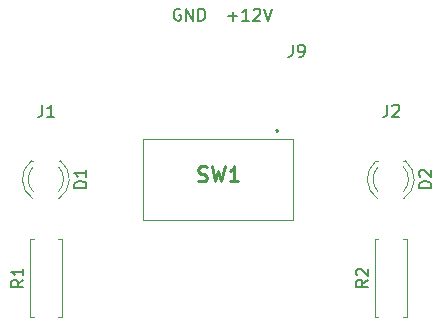
<source format=gto>
%TF.GenerationSoftware,KiCad,Pcbnew,9.0.0+dfsg-1*%
%TF.CreationDate,2025-03-18T18:42:39+01:00*%
%TF.ProjectId,control-matrix-2-alt,636f6e74-726f-46c2-9d6d-61747269782d,1.0*%
%TF.SameCoordinates,Original*%
%TF.FileFunction,Legend,Top*%
%TF.FilePolarity,Positive*%
%FSLAX46Y46*%
G04 Gerber Fmt 4.6, Leading zero omitted, Abs format (unit mm)*
G04 Created by KiCad (PCBNEW 9.0.0+dfsg-1) date 2025-03-18 18:42:39*
%MOMM*%
%LPD*%
G01*
G04 APERTURE LIST*
%ADD10C,0.200000*%
%ADD11C,0.150000*%
%ADD12C,0.254000*%
%ADD13C,0.120000*%
%ADD14C,0.100000*%
G04 APERTURE END LIST*
D10*
X76793482Y-80614838D02*
X76698244Y-80567219D01*
X76698244Y-80567219D02*
X76555387Y-80567219D01*
X76555387Y-80567219D02*
X76412530Y-80614838D01*
X76412530Y-80614838D02*
X76317292Y-80710076D01*
X76317292Y-80710076D02*
X76269673Y-80805314D01*
X76269673Y-80805314D02*
X76222054Y-80995790D01*
X76222054Y-80995790D02*
X76222054Y-81138647D01*
X76222054Y-81138647D02*
X76269673Y-81329123D01*
X76269673Y-81329123D02*
X76317292Y-81424361D01*
X76317292Y-81424361D02*
X76412530Y-81519600D01*
X76412530Y-81519600D02*
X76555387Y-81567219D01*
X76555387Y-81567219D02*
X76650625Y-81567219D01*
X76650625Y-81567219D02*
X76793482Y-81519600D01*
X76793482Y-81519600D02*
X76841101Y-81471980D01*
X76841101Y-81471980D02*
X76841101Y-81138647D01*
X76841101Y-81138647D02*
X76650625Y-81138647D01*
X77269673Y-81567219D02*
X77269673Y-80567219D01*
X77269673Y-80567219D02*
X77841101Y-81567219D01*
X77841101Y-81567219D02*
X77841101Y-80567219D01*
X78317292Y-81567219D02*
X78317292Y-80567219D01*
X78317292Y-80567219D02*
X78555387Y-80567219D01*
X78555387Y-80567219D02*
X78698244Y-80614838D01*
X78698244Y-80614838D02*
X78793482Y-80710076D01*
X78793482Y-80710076D02*
X78841101Y-80805314D01*
X78841101Y-80805314D02*
X78888720Y-80995790D01*
X78888720Y-80995790D02*
X78888720Y-81138647D01*
X78888720Y-81138647D02*
X78841101Y-81329123D01*
X78841101Y-81329123D02*
X78793482Y-81424361D01*
X78793482Y-81424361D02*
X78698244Y-81519600D01*
X78698244Y-81519600D02*
X78555387Y-81567219D01*
X78555387Y-81567219D02*
X78317292Y-81567219D01*
X80841102Y-81186266D02*
X81603007Y-81186266D01*
X81222054Y-81567219D02*
X81222054Y-80805314D01*
X82603006Y-81567219D02*
X82031578Y-81567219D01*
X82317292Y-81567219D02*
X82317292Y-80567219D01*
X82317292Y-80567219D02*
X82222054Y-80710076D01*
X82222054Y-80710076D02*
X82126816Y-80805314D01*
X82126816Y-80805314D02*
X82031578Y-80852933D01*
X82983959Y-80662457D02*
X83031578Y-80614838D01*
X83031578Y-80614838D02*
X83126816Y-80567219D01*
X83126816Y-80567219D02*
X83364911Y-80567219D01*
X83364911Y-80567219D02*
X83460149Y-80614838D01*
X83460149Y-80614838D02*
X83507768Y-80662457D01*
X83507768Y-80662457D02*
X83555387Y-80757695D01*
X83555387Y-80757695D02*
X83555387Y-80852933D01*
X83555387Y-80852933D02*
X83507768Y-80995790D01*
X83507768Y-80995790D02*
X82936340Y-81567219D01*
X82936340Y-81567219D02*
X83555387Y-81567219D01*
X83841102Y-80567219D02*
X84174435Y-81567219D01*
X84174435Y-81567219D02*
X84507768Y-80567219D01*
D11*
X86306666Y-83624819D02*
X86306666Y-84339104D01*
X86306666Y-84339104D02*
X86259047Y-84481961D01*
X86259047Y-84481961D02*
X86163809Y-84577200D01*
X86163809Y-84577200D02*
X86020952Y-84624819D01*
X86020952Y-84624819D02*
X85925714Y-84624819D01*
X86830476Y-84624819D02*
X87020952Y-84624819D01*
X87020952Y-84624819D02*
X87116190Y-84577200D01*
X87116190Y-84577200D02*
X87163809Y-84529580D01*
X87163809Y-84529580D02*
X87259047Y-84386723D01*
X87259047Y-84386723D02*
X87306666Y-84196247D01*
X87306666Y-84196247D02*
X87306666Y-83815295D01*
X87306666Y-83815295D02*
X87259047Y-83720057D01*
X87259047Y-83720057D02*
X87211428Y-83672438D01*
X87211428Y-83672438D02*
X87116190Y-83624819D01*
X87116190Y-83624819D02*
X86925714Y-83624819D01*
X86925714Y-83624819D02*
X86830476Y-83672438D01*
X86830476Y-83672438D02*
X86782857Y-83720057D01*
X86782857Y-83720057D02*
X86735238Y-83815295D01*
X86735238Y-83815295D02*
X86735238Y-84053390D01*
X86735238Y-84053390D02*
X86782857Y-84148628D01*
X86782857Y-84148628D02*
X86830476Y-84196247D01*
X86830476Y-84196247D02*
X86925714Y-84243866D01*
X86925714Y-84243866D02*
X87116190Y-84243866D01*
X87116190Y-84243866D02*
X87211428Y-84196247D01*
X87211428Y-84196247D02*
X87259047Y-84148628D01*
X87259047Y-84148628D02*
X87306666Y-84053390D01*
X63484819Y-103526666D02*
X63008628Y-103859999D01*
X63484819Y-104098094D02*
X62484819Y-104098094D01*
X62484819Y-104098094D02*
X62484819Y-103717142D01*
X62484819Y-103717142D02*
X62532438Y-103621904D01*
X62532438Y-103621904D02*
X62580057Y-103574285D01*
X62580057Y-103574285D02*
X62675295Y-103526666D01*
X62675295Y-103526666D02*
X62818152Y-103526666D01*
X62818152Y-103526666D02*
X62913390Y-103574285D01*
X62913390Y-103574285D02*
X62961009Y-103621904D01*
X62961009Y-103621904D02*
X63008628Y-103717142D01*
X63008628Y-103717142D02*
X63008628Y-104098094D01*
X63484819Y-102574285D02*
X63484819Y-103145713D01*
X63484819Y-102859999D02*
X62484819Y-102859999D01*
X62484819Y-102859999D02*
X62627676Y-102955237D01*
X62627676Y-102955237D02*
X62722914Y-103050475D01*
X62722914Y-103050475D02*
X62770533Y-103145713D01*
X68814819Y-95738094D02*
X67814819Y-95738094D01*
X67814819Y-95738094D02*
X67814819Y-95499999D01*
X67814819Y-95499999D02*
X67862438Y-95357142D01*
X67862438Y-95357142D02*
X67957676Y-95261904D01*
X67957676Y-95261904D02*
X68052914Y-95214285D01*
X68052914Y-95214285D02*
X68243390Y-95166666D01*
X68243390Y-95166666D02*
X68386247Y-95166666D01*
X68386247Y-95166666D02*
X68576723Y-95214285D01*
X68576723Y-95214285D02*
X68671961Y-95261904D01*
X68671961Y-95261904D02*
X68767200Y-95357142D01*
X68767200Y-95357142D02*
X68814819Y-95499999D01*
X68814819Y-95499999D02*
X68814819Y-95738094D01*
X68814819Y-94214285D02*
X68814819Y-94785713D01*
X68814819Y-94499999D02*
X67814819Y-94499999D01*
X67814819Y-94499999D02*
X67957676Y-94595237D01*
X67957676Y-94595237D02*
X68052914Y-94690475D01*
X68052914Y-94690475D02*
X68100533Y-94785713D01*
X65106666Y-88704819D02*
X65106666Y-89419104D01*
X65106666Y-89419104D02*
X65059047Y-89561961D01*
X65059047Y-89561961D02*
X64963809Y-89657200D01*
X64963809Y-89657200D02*
X64820952Y-89704819D01*
X64820952Y-89704819D02*
X64725714Y-89704819D01*
X66106666Y-89704819D02*
X65535238Y-89704819D01*
X65820952Y-89704819D02*
X65820952Y-88704819D01*
X65820952Y-88704819D02*
X65725714Y-88847676D01*
X65725714Y-88847676D02*
X65630476Y-88942914D01*
X65630476Y-88942914D02*
X65535238Y-88990533D01*
X92684819Y-103526666D02*
X92208628Y-103859999D01*
X92684819Y-104098094D02*
X91684819Y-104098094D01*
X91684819Y-104098094D02*
X91684819Y-103717142D01*
X91684819Y-103717142D02*
X91732438Y-103621904D01*
X91732438Y-103621904D02*
X91780057Y-103574285D01*
X91780057Y-103574285D02*
X91875295Y-103526666D01*
X91875295Y-103526666D02*
X92018152Y-103526666D01*
X92018152Y-103526666D02*
X92113390Y-103574285D01*
X92113390Y-103574285D02*
X92161009Y-103621904D01*
X92161009Y-103621904D02*
X92208628Y-103717142D01*
X92208628Y-103717142D02*
X92208628Y-104098094D01*
X91780057Y-103145713D02*
X91732438Y-103098094D01*
X91732438Y-103098094D02*
X91684819Y-103002856D01*
X91684819Y-103002856D02*
X91684819Y-102764761D01*
X91684819Y-102764761D02*
X91732438Y-102669523D01*
X91732438Y-102669523D02*
X91780057Y-102621904D01*
X91780057Y-102621904D02*
X91875295Y-102574285D01*
X91875295Y-102574285D02*
X91970533Y-102574285D01*
X91970533Y-102574285D02*
X92113390Y-102621904D01*
X92113390Y-102621904D02*
X92684819Y-103193332D01*
X92684819Y-103193332D02*
X92684819Y-102574285D01*
X94306666Y-88704819D02*
X94306666Y-89419104D01*
X94306666Y-89419104D02*
X94259047Y-89561961D01*
X94259047Y-89561961D02*
X94163809Y-89657200D01*
X94163809Y-89657200D02*
X94020952Y-89704819D01*
X94020952Y-89704819D02*
X93925714Y-89704819D01*
X94735238Y-88800057D02*
X94782857Y-88752438D01*
X94782857Y-88752438D02*
X94878095Y-88704819D01*
X94878095Y-88704819D02*
X95116190Y-88704819D01*
X95116190Y-88704819D02*
X95211428Y-88752438D01*
X95211428Y-88752438D02*
X95259047Y-88800057D01*
X95259047Y-88800057D02*
X95306666Y-88895295D01*
X95306666Y-88895295D02*
X95306666Y-88990533D01*
X95306666Y-88990533D02*
X95259047Y-89133390D01*
X95259047Y-89133390D02*
X94687619Y-89704819D01*
X94687619Y-89704819D02*
X95306666Y-89704819D01*
X98014819Y-95738094D02*
X97014819Y-95738094D01*
X97014819Y-95738094D02*
X97014819Y-95499999D01*
X97014819Y-95499999D02*
X97062438Y-95357142D01*
X97062438Y-95357142D02*
X97157676Y-95261904D01*
X97157676Y-95261904D02*
X97252914Y-95214285D01*
X97252914Y-95214285D02*
X97443390Y-95166666D01*
X97443390Y-95166666D02*
X97586247Y-95166666D01*
X97586247Y-95166666D02*
X97776723Y-95214285D01*
X97776723Y-95214285D02*
X97871961Y-95261904D01*
X97871961Y-95261904D02*
X97967200Y-95357142D01*
X97967200Y-95357142D02*
X98014819Y-95499999D01*
X98014819Y-95499999D02*
X98014819Y-95738094D01*
X97110057Y-94785713D02*
X97062438Y-94738094D01*
X97062438Y-94738094D02*
X97014819Y-94642856D01*
X97014819Y-94642856D02*
X97014819Y-94404761D01*
X97014819Y-94404761D02*
X97062438Y-94309523D01*
X97062438Y-94309523D02*
X97110057Y-94261904D01*
X97110057Y-94261904D02*
X97205295Y-94214285D01*
X97205295Y-94214285D02*
X97300533Y-94214285D01*
X97300533Y-94214285D02*
X97443390Y-94261904D01*
X97443390Y-94261904D02*
X98014819Y-94833332D01*
X98014819Y-94833332D02*
X98014819Y-94214285D01*
D12*
X78306666Y-95128842D02*
X78488095Y-95189318D01*
X78488095Y-95189318D02*
X78790476Y-95189318D01*
X78790476Y-95189318D02*
X78911428Y-95128842D01*
X78911428Y-95128842D02*
X78971904Y-95068365D01*
X78971904Y-95068365D02*
X79032381Y-94947413D01*
X79032381Y-94947413D02*
X79032381Y-94826461D01*
X79032381Y-94826461D02*
X78971904Y-94705508D01*
X78971904Y-94705508D02*
X78911428Y-94645032D01*
X78911428Y-94645032D02*
X78790476Y-94584556D01*
X78790476Y-94584556D02*
X78548571Y-94524080D01*
X78548571Y-94524080D02*
X78427619Y-94463603D01*
X78427619Y-94463603D02*
X78367142Y-94403127D01*
X78367142Y-94403127D02*
X78306666Y-94282175D01*
X78306666Y-94282175D02*
X78306666Y-94161222D01*
X78306666Y-94161222D02*
X78367142Y-94040270D01*
X78367142Y-94040270D02*
X78427619Y-93979794D01*
X78427619Y-93979794D02*
X78548571Y-93919318D01*
X78548571Y-93919318D02*
X78850952Y-93919318D01*
X78850952Y-93919318D02*
X79032381Y-93979794D01*
X79455714Y-93919318D02*
X79758095Y-95189318D01*
X79758095Y-95189318D02*
X80000000Y-94282175D01*
X80000000Y-94282175D02*
X80241905Y-95189318D01*
X80241905Y-95189318D02*
X80544286Y-93919318D01*
X81693334Y-95189318D02*
X80967619Y-95189318D01*
X81330476Y-95189318D02*
X81330476Y-93919318D01*
X81330476Y-93919318D02*
X81209524Y-94100746D01*
X81209524Y-94100746D02*
X81088572Y-94221699D01*
X81088572Y-94221699D02*
X80967619Y-94282175D01*
D13*
%TO.C,R1*%
X64030000Y-100090000D02*
X64360000Y-100090000D01*
X64030000Y-106630000D02*
X64030000Y-100090000D01*
X64360000Y-106630000D02*
X64030000Y-106630000D01*
X66440000Y-106630000D02*
X66770000Y-106630000D01*
X66770000Y-100090000D02*
X66440000Y-100090000D01*
X66770000Y-106630000D02*
X66770000Y-100090000D01*
%TO.C,D1*%
X64320000Y-93440000D02*
X64164000Y-93440000D01*
X66636000Y-93440000D02*
X66480000Y-93440000D01*
X64319939Y-96671397D02*
G75*
G02*
X64164484Y-93440000I1080061J1671397D01*
G01*
X64319951Y-96040910D02*
G75*
G02*
X64320000Y-93959039I1080049J1040910D01*
G01*
X66480000Y-93959039D02*
G75*
G02*
X66480049Y-96040910I-1080000J-1040961D01*
G01*
X66635516Y-93440000D02*
G75*
G02*
X66480061Y-96671397I-1235516J-1560000D01*
G01*
%TO.C,R2*%
X93230000Y-100090000D02*
X93560000Y-100090000D01*
X93230000Y-106630000D02*
X93230000Y-100090000D01*
X93560000Y-106630000D02*
X93230000Y-106630000D01*
X95640000Y-106630000D02*
X95970000Y-106630000D01*
X95970000Y-100090000D02*
X95640000Y-100090000D01*
X95970000Y-106630000D02*
X95970000Y-100090000D01*
%TO.C,D2*%
X93520000Y-93440000D02*
X93364000Y-93440000D01*
X95836000Y-93440000D02*
X95680000Y-93440000D01*
X93519939Y-96671397D02*
G75*
G02*
X93364484Y-93440000I1080061J1671397D01*
G01*
X93519951Y-96040910D02*
G75*
G02*
X93520000Y-93959039I1080049J1040910D01*
G01*
X95680000Y-93959039D02*
G75*
G02*
X95680049Y-96040910I-1080000J-1040961D01*
G01*
X95835516Y-93440000D02*
G75*
G02*
X95680061Y-96671397I-1235516J-1560000D01*
G01*
D14*
%TO.C,SW1*%
X73650000Y-91570000D02*
X86350000Y-91570000D01*
X73650000Y-98430000D02*
X73650000Y-91570000D01*
D10*
X85000000Y-90800000D02*
X85000000Y-90800000D01*
X85000000Y-91000000D02*
X85000000Y-91000000D01*
D14*
X86350000Y-91570000D02*
X86350000Y-98430000D01*
X86350000Y-98430000D02*
X73650000Y-98430000D01*
D10*
X85000000Y-90800000D02*
G75*
G02*
X85000000Y-91000000I0J-100000D01*
G01*
X85000000Y-91000000D02*
G75*
G02*
X85000000Y-90800000I0J100000D01*
G01*
%TD*%
M02*

</source>
